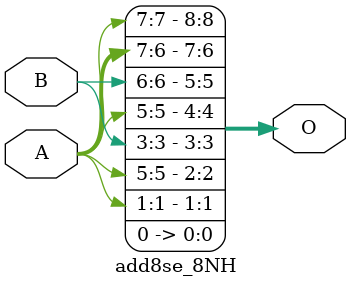
<source format=v>
/***
* This code is a part of EvoApproxLib library (ehw.fit.vutbr.cz/approxlib) distributed under The MIT License.
* When used, please cite the following article(s): V. Mrazek, L. Sekanina, Z. Vasicek "Libraries of Approximate Circuits: Automated Design and Application in CNN Accelerators" IEEE Journal on Emerging and Selected Topics in Circuits and Systems, Vol 10, No 4, 2020 
* This file contains a circuit from a sub-set of pareto optimal circuits with respect to the pwr and mre parameters
***/
// MAE% = 25.00 %
// MAE = 64 
// WCE% = 50.00 %
// WCE = 128 
// WCRE% = 9700.00 %
// EP% = 99.95 %
// MRE% = 249.36 %
// MSE = 4798 
// PDK45_PWR = 0.000 mW
// PDK45_AREA = 0.0 um2
// PDK45_DELAY = 0.00 ns

module add8se_8NH (
    A,
    B,
    O
);

input [7:0] A;
input [7:0] B;
output [8:0] O;
assign O[8] = A[7];
assign O[7] = A[7];
assign O[6] = A[6];
assign O[5] = B[6];
assign O[4] = A[5];
assign O[3] = B[3];
assign O[2] = A[5];
assign O[1] = A[1];
assign O[0] = 1'b0;

endmodule



</source>
